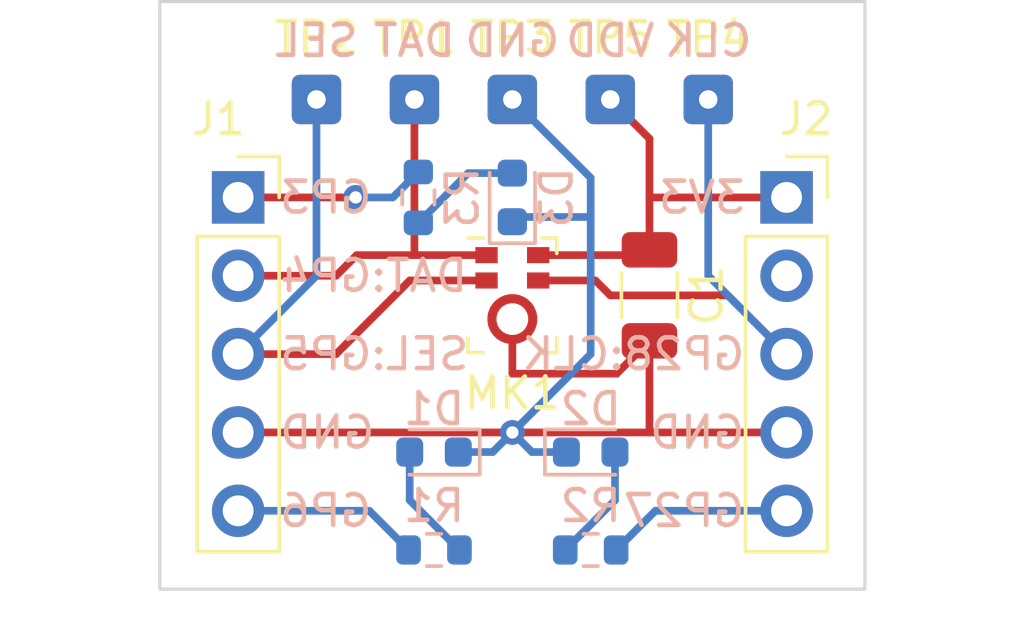
<source format=kicad_pcb>
(kicad_pcb (version 20211014) (generator pcbnew)
  (layers (0 "F.Cu" signal) (31 "B.Cu" signal) (34 "B.Paste" user) (35 "F.Paste" user) (36 "B.SilkS" user "B.Silkscreen") (37 "F.SilkS" user "F.Silkscreen") (38 "B.Mask" user) (39 "F.Mask" user) (44 "Edge.Cuts" user))
  (net 0 "")
  (net 2 "Net-(J1-Pad1)")
  (net 3 "Net-(C1-Pad2)")
  (net 4 "Net-(C1-Pad1)")
  (net 5 "Net-(D2-Pad2)")
  (net 6 "Net-(J1-Pad2)")
  (net 7 "Net-(D1-Pad2)")
  (net 8 "Net-(J2-Pad3)")
  (net 9 "Net-(J2-Pad5)")
  (net 10 "Net-(J1-Pad3)")
  (net 11 "Net-(D3-Pad2)")
  (net 12 "Net-(J1-Pad5)")
  (footprint "Connector_Wire:SolderWire-0.1sqmm_1x01_D0.4mm_OD1mm" (layer "F.Cu") (at 168.91 45.085)
    (fp_text reference "TP3" (at 0 -2) (layer "F.SilkS"))
    (fp_text value "TestPoint")
    (pad "1" thru_hole roundrect (at 0 0) (size 1.6 1.6) (drill 0.6) (layers *.Cu *.Mask) (roundrect_rratio 0.15625) (net 3 "Net-(C1-Pad2)"))
  )
  (footprint "Connector_PinSocket_2.54mm:PinSocket_1x05_P2.54mm_Vertical" (layer "F.Cu") (at 160.02 48.26)
    (fp_text reference "J1" (at -0.635 -2.54) (layer "F.SilkS"))
    (fp_text value "Conn_01x05_Female")
    (fp_line (start -1.33 1.27) (end 1.33 1.27) (layer "F.SilkS") (width 0.12))
    (fp_line (start -1.33 11.49) (end 1.33 11.49) (layer "F.SilkS") (width 0.12))
    (fp_line (start 0 -1.33) (end 1.33 -1.33) (layer "F.SilkS") (width 0.12))
    (fp_line (start -1.33 1.27) (end -1.33 11.49) (layer "F.SilkS") (width 0.12))
    (fp_line (start 1.33 1.27) (end 1.33 11.49) (layer "F.SilkS") (width 0.12))
    (fp_line (start 1.33 -1.33) (end 1.33 0) (layer "F.SilkS") (width 0.12))
    (pad "1" thru_hole rect (at 0 0) (size 1.7 1.7) (drill 1) (layers *.Cu *.Mask) (net 2 "Net-(J1-Pad1)"))
    (pad "2" thru_hole oval (at 0 2.54) (size 1.7 1.7) (drill 1) (layers *.Cu *.Mask) (net 6 "Net-(J1-Pad2)"))
    (pad "3" thru_hole oval (at 0 5.08) (size 1.7 1.7) (drill 1) (layers *.Cu *.Mask) (net 10 "Net-(J1-Pad3)"))
    (pad "4" thru_hole oval (at 0 7.62) (size 1.7 1.7) (drill 1) (layers *.Cu *.Mask) (net 3 "Net-(C1-Pad2)"))
    (pad "5" thru_hole oval (at 0 10.16) (size 1.7 1.7) (drill 1) (layers *.Cu *.Mask) (net 12 "Net-(J1-Pad5)"))
  )
  (footprint "Connector_Wire:SolderWire-0.1sqmm_1x01_D0.4mm_OD1mm" (layer "F.Cu") (at 165.735 45.085)
    (fp_text reference "TP1" (at 0 -2) (layer "F.SilkS"))
    (fp_text value "TestPoint")
    (pad "1" thru_hole roundrect (at 0 0) (size 1.6 1.6) (drill 0.6) (layers *.Cu *.Mask) (roundrect_rratio 0.15625) (net 6 "Net-(J1-Pad2)"))
  )
  (footprint "Connector_Wire:SolderWire-0.1sqmm_1x01_D0.4mm_OD1mm" (layer "F.Cu") (at 175.26 45.085)
    (fp_text reference "TP4" (at 0 -2) (layer "F.SilkS"))
    (fp_text value "TestPoint")
    (pad "1" thru_hole roundrect (at 0 0) (size 1.6 1.6) (drill 0.6) (layers *.Cu *.Mask) (roundrect_rratio 0.15625) (net 8 "Net-(J2-Pad3)"))
  )
  (footprint "Connector_Wire:SolderWire-0.1sqmm_1x01_D0.4mm_OD1mm" (layer "F.Cu") (at 162.56 45.085)
    (fp_text reference "TP2" (at 0 -2) (layer "F.SilkS"))
    (fp_text value "TestPoint")
    (pad "1" thru_hole roundrect (at 0 0) (size 1.6 1.6) (drill 0.6) (layers *.Cu *.Mask) (roundrect_rratio 0.15625) (net 10 "Net-(J1-Pad3)"))
  )
  (footprint "Capacitor_SMD:C_1206_3216Metric" (layer "F.Cu") (at 173.355 51.435 -90)
    (fp_text reference "C1" (at 0 -1.85 90) (layer "F.SilkS"))
    (fp_text value "100n")
    (fp_line (start -0.711252 0.91) (end 0.711252 0.91) (layer "F.SilkS") (width 0.12))
    (fp_line (start -0.711252 -0.91) (end 0.711252 -0.91) (layer "F.SilkS") (width 0.12))
    (pad "1" smd roundrect (at -1.475 0 270) (size 1.15 1.8) (layers "F.Cu" "F.Paste" "F.Mask") (roundrect_rratio 0.2173913043) (net 4 "Net-(C1-Pad1)"))
    (pad "2" smd roundrect (at 1.475 0 270) (size 1.15 1.8) (layers "F.Cu" "F.Paste" "F.Mask") (roundrect_rratio 0.2173913043) (net 3 "Net-(C1-Pad2)"))
  )
  (footprint "Connector_Wire:SolderWire-0.1sqmm_1x01_D0.4mm_OD1mm" (layer "F.Cu") (at 172.085 45.085)
    (fp_text reference "TP5" (at 0 -2) (layer "F.SilkS"))
    (fp_text value "TestPoint")
    (pad "1" thru_hole roundrect (at 0 0) (size 1.6 1.6) (drill 0.6) (layers *.Cu *.Mask) (roundrect_rratio 0.15625) (net 4 "Net-(C1-Pad1)"))
  )
  (footprint "Connector_PinSocket_2.54mm:PinSocket_1x05_P2.54mm_Vertical" (layer "F.Cu") (at 177.8 48.26)
    (fp_text reference "J2" (at 0.635 -2.54) (layer "F.SilkS"))
    (fp_text value "Conn_01x05_Female")
    (fp_line (start -1.33 11.49) (end 1.33 11.49) (layer "F.SilkS") (width 0.12))
    (fp_line (start -1.33 1.27) (end 1.33 1.27) (layer "F.SilkS") (width 0.12))
    (fp_line (start 0 -1.33) (end 1.33 -1.33) (layer "F.SilkS") (width 0.12))
    (fp_line (start 1.33 1.27) (end 1.33 11.49) (layer "F.SilkS") (width 0.12))
    (fp_line (start -1.33 1.27) (end -1.33 11.49) (layer "F.SilkS") (width 0.12))
    (fp_line (start 1.33 -1.33) (end 1.33 0) (layer "F.SilkS") (width 0.12))
    (pad "1" thru_hole rect (at 0 0) (size 1.7 1.7) (drill 1) (layers *.Cu *.Mask) (net 4 "Net-(C1-Pad1)"))
    (pad "2" thru_hole oval (at 0 2.54) (size 1.7 1.7) (drill 1) (layers *.Cu *.Mask))
    (pad "3" thru_hole oval (at 0 5.08) (size 1.7 1.7) (drill 1) (layers *.Cu *.Mask) (net 8 "Net-(J2-Pad3)"))
    (pad "4" thru_hole oval (at 0 7.62) (size 1.7 1.7) (drill 1) (layers *.Cu *.Mask) (net 3 "Net-(C1-Pad2)"))
    (pad "5" thru_hole oval (at 0 10.16) (size 1.7 1.7) (drill 1) (layers *.Cu *.Mask) (net 9 "Net-(J2-Pad5)"))
  )
  (footprint "Sensor_Audio:Knowles_LGA-5_3.5x2.65mm" (layer "F.Cu") (at 168.91 51.435)
    (fp_text reference "MK1" (at 0 3.175) (layer "F.SilkS"))
    (fp_text value "SPH0641LU4H-1")
    (fp_line (start 1.44 1.36) (end 1.44 1.86) (layer "F.SilkS") (width 0.12))
    (fp_line (start -0.94 1.86) (end -1.44 1.86) (layer "F.SilkS") (width 0.12))
    (fp_line (start 1.44 -1.86) (end 1.44 -1.36) (layer "F.SilkS") (width 0.12))
    (fp_line (start 1.44 1.86) (end 0.94 1.86) (layer "F.SilkS") (width 0.12))
    (fp_line (start 1.44 -1.86) (end 0.94 -1.86) (layer "F.SilkS") (width 0.12))
    (fp_line (start -1.44 1.36) (end -1.44 1.86) (layer "F.SilkS") (width 0.12))
    (fp_line (start -0.94 -1.86) (end -1.44 -1.86) (layer "F.SilkS") (width 0.12))
    (pad "" np_thru_hole circle (at 0 0.77) (size 0.5 0.5) (drill 0.5) (layers *.Cu *.Mask))
    (pad "1" smd rect (at -0.8375 -1.304) (size 0.725 0.522) (layers "F.Cu" "F.Paste" "F.Mask") (net 6 "Net-(J1-Pad2)"))
    (pad "2" smd rect (at -0.8375 -0.482) (size 0.725 0.522) (layers "F.Cu" "F.Paste" "F.Mask") (net 10 "Net-(J1-Pad3)"))
    (pad "3" smd custom (at 0 1.4325) (size 0.3 0.3) (layers "F.Cu" "F.Mask") (net 3 "Net-(C1-Pad2)") (options (clearance outline) (anchor circle)) (primitives (gr_circle (center 0 -0.6625) (end 0.6625 -0.6625) (width 0.3))))
    (pad "4" smd rect (at 0.8375 -0.482) (size 0.725 0.522) (layers "F.Cu" "F.Paste" "F.Mask") (net 8 "Net-(J2-Pad3)"))
    (pad "5" smd rect (at 0.8375 -1.304) (size 0.725 0.522) (layers "F.Cu" "F.Paste" "F.Mask") (net 4 "Net-(C1-Pad1)"))
  )
  (footprint "LED_SMD:LED_0603_1608Metric" (layer "B.Cu") (at 171.45 56.515)
    (fp_text reference "D2" (at 0 -1.397) (layer "B.SilkS") (effects (justify mirror)))
    (fp_text value "Green")
    (fp_line (start -1.485 0.735) (end -1.485 -0.735) (layer "B.SilkS") (width 0.12))
    (fp_line (start -1.485 -0.735) (end 0.8 -0.735) (layer "B.SilkS") (width 0.12))
    (fp_line (start 0.8 0.735) (end -1.485 0.735) (layer "B.SilkS") (width 0.12))
    (pad "1" smd roundrect (at -0.7875 0) (size 0.875 0.95) (layers "B.Cu" "B.Paste" "B.Mask") (net 3 "Net-(C1-Pad2)"))
    (pad "2" smd roundrect (at 0.7875 0) (size 0.875 0.95) (layers "B.Cu" "B.Paste" "B.Mask") (net 5 "Net-(D2-Pad2)"))
  )
  (footprint "LED_SMD:LED_0603_1608Metric" (layer "B.Cu") (at 168.91 48.26 90)
    (fp_text reference "D3" (at 0 1.43 90) (layer "B.SilkS") (effects (justify mirror)))
    (fp_text value "Yellow")
    (fp_line (start 0.8 0.735) (end -1.485 0.735) (layer "B.SilkS") (width 0.12))
    (fp_line (start -1.485 0.735) (end -1.485 -0.735) (layer "B.SilkS") (width 0.12))
    (fp_line (start -1.485 -0.735) (end 0.8 -0.735) (layer "B.SilkS") (width 0.12))
    (pad "1" smd roundrect (at -0.7875 0 90) (size 0.875 0.95) (layers "B.Cu" "B.Paste" "B.Mask") (net 3 "Net-(C1-Pad2)"))
    (pad "2" smd roundrect (at 0.7875 0 90) (size 0.875 0.95) (layers "B.Cu" "B.Paste" "B.Mask") (net 11 "Net-(D3-Pad2)"))
  )
  (footprint "Resistor_SMD:R_0603_1608Metric" (layer "B.Cu") (at 166.37 59.69 180)
    (fp_text reference "R1" (at 0 1.43) (layer "B.SilkS") (effects (justify mirror)))
    (fp_text value "220R")
    (fp_line (start -0.237258 -0.5225) (end 0.237258 -0.5225) (layer "B.SilkS") (width 0.12))
    (fp_line (start -0.237258 0.5225) (end 0.237258 0.5225) (layer "B.SilkS") (width 0.12))
    (pad "1" smd roundrect (at -0.825 0 180) (size 0.8 0.95) (layers "B.Cu" "B.Paste" "B.Mask") (net 7 "Net-(D1-Pad2)"))
    (pad "2" smd roundrect (at 0.825 0 180) (size 0.8 0.95) (layers "B.Cu" "B.Paste" "B.Mask") (net 12 "Net-(J1-Pad5)"))
  )
  (footprint "LED_SMD:LED_0603_1608Metric" (layer "B.Cu") (at 166.37 56.515 180)
    (fp_text reference "D1" (at 0 1.397) (layer "B.SilkS") (effects (justify mirror)))
    (fp_text value "Red")
    (fp_line (start -1.485 -0.735) (end 0.8 -0.735) (layer "B.SilkS") (width 0.12))
    (fp_line (start 0.8 0.735) (end -1.485 0.735) (layer "B.SilkS") (width 0.12))
    (fp_line (start -1.485 0.735) (end -1.485 -0.735) (layer "B.SilkS") (width 0.12))
    (pad "1" smd roundrect (at -0.7875 0 180) (size 0.875 0.95) (layers "B.Cu" "B.Paste" "B.Mask") (net 3 "Net-(C1-Pad2)"))
    (pad "2" smd roundrect (at 0.7875 0 180) (size 0.875 0.95) (layers "B.Cu" "B.Paste" "B.Mask") (net 7 "Net-(D1-Pad2)"))
  )
  (footprint "Resistor_SMD:R_0603_1608Metric" (layer "B.Cu") (at 171.45 59.69 180)
    (fp_text reference "R2" (at 0 1.43) (layer "B.SilkS") (effects (justify mirror)))
    (fp_text value "220R")
    (fp_line (start -0.237258 -0.5225) (end 0.237258 -0.5225) (layer "B.SilkS") (width 0.12))
    (fp_line (start -0.237258 0.5225) (end 0.237258 0.5225) (layer "B.SilkS") (width 0.12))
    (pad "1" smd roundrect (at -0.825 0 180) (size 0.8 0.95) (layers "B.Cu" "B.Paste" "B.Mask") (net 9 "Net-(J2-Pad5)"))
    (pad "2" smd roundrect (at 0.825 0 180) (size 0.8 0.95) (layers "B.Cu" "B.Paste" "B.Mask") (net 5 "Net-(D2-Pad2)"))
  )
  (footprint "Resistor_SMD:R_0603_1608Metric" (layer "B.Cu") (at 165.862 48.26 90)
    (fp_text reference "R3" (at 0 1.43 90) (layer "B.SilkS") (effects (justify mirror)))
    (fp_text value "220R")
    (fp_line (start -0.237258 0.5225) (end 0.237258 0.5225) (layer "B.SilkS") (width 0.12))
    (fp_line (start -0.237258 -0.5225) (end 0.237258 -0.5225) (layer "B.SilkS") (width 0.12))
    (pad "1" smd roundrect (at -0.825 0 90) (size 0.8 0.95) (layers "B.Cu" "B.Paste" "B.Mask") (net 11 "Net-(D3-Pad2)"))
    (pad "2" smd roundrect (at 0.825 0 90) (size 0.8 0.95) (layers "B.Cu" "B.Paste" "B.Mask") (net 2 "Net-(J1-Pad1)"))
  )
  (gr_rect (start 180.34 60.96) (end 157.48 41.91) (layer "Edge.Cuts") (width 0.1) (fill none))
  (gr_text "GND" (at 161.29 55.88) (layer "B.SilkS") (effects (font (size 1 1)) (justify right mirror)))
  (gr_text "GND" (at 168.91 43.18) (layer "B.SilkS") (effects (font (size 1 1)) (justify mirror)))
  (gr_text "GP27" (at 176.53 58.42) (layer "B.SilkS") (effects (font (size 1 1)) (justify left mirror)))
  (gr_text "GP6" (at 161.29 58.42) (layer "B.SilkS") (effects (font (size 1 1)) (justify right mirror)))
  (gr_text "3V3" (at 176.53 48.26) (layer "B.SilkS") (effects (font (size 1 1)) (justify left mirror)))
  (gr_text "CLK" (at 175.26 43.18) (layer "B.SilkS") (effects (font (size 1 1)) (justify mirror)))
  (gr_text "SEL:GP5" (at 161.29 53.34) (layer "B.SilkS") (effects (font (size 1 1)) (justify right mirror)))
  (gr_text "DAT:GP4" (at 161.29 50.8) (layer "B.SilkS") (effects (font (size 1 1)) (justify right mirror)))
  (gr_text "VDD" (at 172.085 43.18) (layer "B.SilkS") (effects (font (size 1 1)) (justify mirror)))
  (gr_text "GP28:CLK" (at 176.53 53.34) (layer "B.SilkS") (effects (font (size 1 1)) (justify left mirror)))
  (gr_text "GP3" (at 161.29 48.26) (layer "B.SilkS") (effects (font (size 1 1)) (justify right mirror)))
  (gr_text "DAT" (at 165.735 43.18) (layer "B.SilkS") (effects (font (size 1 1)) (justify mirror)))
  (gr_text "GND" (at 176.53 55.88) (layer "B.SilkS") (effects (font (size 1 1)) (justify left mirror)))
  (gr_text "SEL" (at 162.56 43.18) (layer "B.SilkS") (effects (font (size 1 1)) (justify mirror)))
  (segment (start 160.02 48.26) (end 163.83 48.26) (width 0.25) (layer "F.Cu") (net 2))
  (via (at 163.83 48.26) (size 0.8) (drill 0.4) (layers "F.Cu" "B.Cu") (net 2))
  (segment (start 165.037 48.26) (end 165.862 47.435) (width 0.25) (layer "B.Cu") (net 2))
  (segment (start 163.83 48.26) (end 165.037 48.26) (width 0.25) (layer "B.Cu") (net 2))
  (segment (start 168.91 55.88) (end 173.355 55.88) (width 0.25) (layer "F.Cu") (net 3))
  (segment (start 168.91 52.8675) (end 168.91 53.975) (width 0.25) (layer "F.Cu") (net 3))
  (segment (start 173.355 55.88) (end 177.8 55.88) (width 0.25) (layer "F.Cu") (net 3))
  (segment (start 173.355 55.88) (end 173.355 52.91) (width 0.25) (layer "F.Cu") (net 3))
  (segment (start 168.91 55.88) (end 160.02 55.88) (width 0.25) (layer "F.Cu") (net 3))
  (segment (start 168.91 53.975) (end 172.29 53.975) (width 0.25) (layer "F.Cu") (net 3))
  (segment (start 172.29 53.975) (end 173.355 52.91) (width 0.25) (layer "F.Cu") (net 3))
  (via (at 168.91 55.88) (size 0.8) (drill 0.4) (layers "F.Cu" "B.Cu") (net 3))
  (segment (start 171.45 48.895) (end 171.45 47.625) (width 0.25) (layer "B.Cu") (net 3))
  (segment (start 170.6625 56.515) (end 169.545 56.515) (width 0.25) (layer "B.Cu") (net 3))
  (segment (start 171.45 53.34) (end 171.45 48.895) (width 0.25) (layer "B.Cu") (net 3))
  (segment (start 171.45 48.895) (end 169.0625 48.895) (width 0.25) (layer "B.Cu") (net 3))
  (segment (start 167.1575 56.515) (end 168.275 56.515) (width 0.25) (layer "B.Cu") (net 3))
  (segment (start 171.45 53.34) (end 168.91 55.88) (width 0.25) (layer "B.Cu") (net 3))
  (segment (start 169.545 56.515) (end 168.91 55.88) (width 0.25) (layer "B.Cu") (net 3))
  (segment (start 171.45 47.625) (end 168.91 45.085) (width 0.25) (layer "B.Cu") (net 3))
  (segment (start 169.0625 48.895) (end 168.91 49.0475) (width 0.25) (layer "B.Cu") (net 3))
  (segment (start 168.275 56.515) (end 168.91 55.88) (width 0.25) (layer "B.Cu") (net 3))
  (segment (start 177.8 48.26) (end 173.355 48.26) (width 0.25) (layer "F.Cu") (net 4))
  (segment (start 169.7475 50.131) (end 173.184 50.131) (width 0.25) (layer "F.Cu") (net 4))
  (segment (start 173.184 50.131) (end 173.355 49.96) (width 0.25) (layer "F.Cu") (net 4))
  (segment (start 173.355 46.355) (end 173.355 48.26) (width 0.25) (layer "F.Cu") (net 4))
  (segment (start 173.355 48.26) (end 173.355 49.96) (width 0.25) (layer "F.Cu") (net 4))
  (segment (start 172.085 45.085) (end 173.355 46.355) (width 0.25) (layer "F.Cu") (net 4))
  (segment (start 170.625 59.69) (end 172.2375 58.0775) (width 0.25) (layer "B.Cu") (net 5))
  (segment (start 172.2375 58.0775) (end 172.2375 56.515) (width 0.25) (layer "B.Cu") (net 5))
  (segment (start 165.701 50.131) (end 168.0725 50.131) (width 0.25) (layer "F.Cu") (net 6))
  (segment (start 163.83 50.165) (end 163.864 50.131) (width 0.25) (layer "F.Cu") (net 6))
  (segment (start 165.735 45.085) (end 165.735 50.097) (width 0.25) (layer "F.Cu") (net 6))
  (segment (start 165.735 50.097) (end 165.701 50.131) (width 0.25) (layer "F.Cu") (net 6))
  (segment (start 160.02 50.8) (end 163.195 50.8) (width 0.25) (layer "F.Cu") (net 6))
  (segment (start 163.195 50.8) (end 163.83 50.165) (width 0.25) (layer "F.Cu") (net 6))
  (segment (start 163.864 50.131) (end 165.701 50.131) (width 0.25) (layer "F.Cu") (net 6))
  (segment (start 165.5825 58.0775) (end 165.5825 56.515) (width 0.25) (layer "B.Cu") (net 7))
  (segment (start 167.195 59.69) (end 165.5825 58.0775) (width 0.25) (layer "B.Cu") (net 7))
  (segment (start 175.895 51.435) (end 177.8 53.34) (width 0.25) (layer "F.Cu") (net 8))
  (segment (start 169.7475 50.953) (end 171.603 50.953) (width 0.25) (layer "F.Cu") (net 8))
  (segment (start 171.603 50.953) (end 172.085 51.435) (width 0.25) (layer "F.Cu") (net 8))
  (segment (start 172.085 51.435) (end 175.895 51.435) (width 0.25) (layer "F.Cu") (net 8))
  (segment (start 175.26 50.8) (end 177.8 53.34) (width 0.25) (layer "B.Cu") (net 8))
  (segment (start 175.26 45.085) (end 175.26 50.8) (width 0.25) (layer "B.Cu") (net 8))
  (segment (start 173.545 58.42) (end 172.275 59.69) (width 0.25) (layer "B.Cu") (net 9))
  (segment (start 177.8 58.42) (end 173.545 58.42) (width 0.25) (layer "B.Cu") (net 9))
  (segment (start 163.195 53.34) (end 160.02 53.34) (width 0.25) (layer "F.Cu") (net 10))
  (segment (start 165.582 50.953) (end 163.195 53.34) (width 0.25) (layer "F.Cu") (net 10))
  (segment (start 168.0725 50.953) (end 165.582 50.953) (width 0.25) (layer "F.Cu") (net 10))
  (segment (start 162.56 50.8) (end 160.02 53.34) (width 0.25) (layer "B.Cu") (net 10))
  (segment (start 162.56 45.085) (end 162.56 50.8) (width 0.25) (layer "B.Cu") (net 10))
  (segment (start 167.4745 47.4725) (end 165.862 49.085) (width 0.25) (layer "B.Cu") (net 11))
  (segment (start 168.91 47.4725) (end 167.4745 47.4725) (width 0.25) (layer "B.Cu") (net 11))
  (segment (start 164.275 58.42) (end 165.545 59.69) (width 0.25) (layer "B.Cu") (net 12))
  (segment (start 160.02 58.42) (end 164.275 58.42) (width 0.25) (layer "B.Cu") (net 12))
)
</source>
